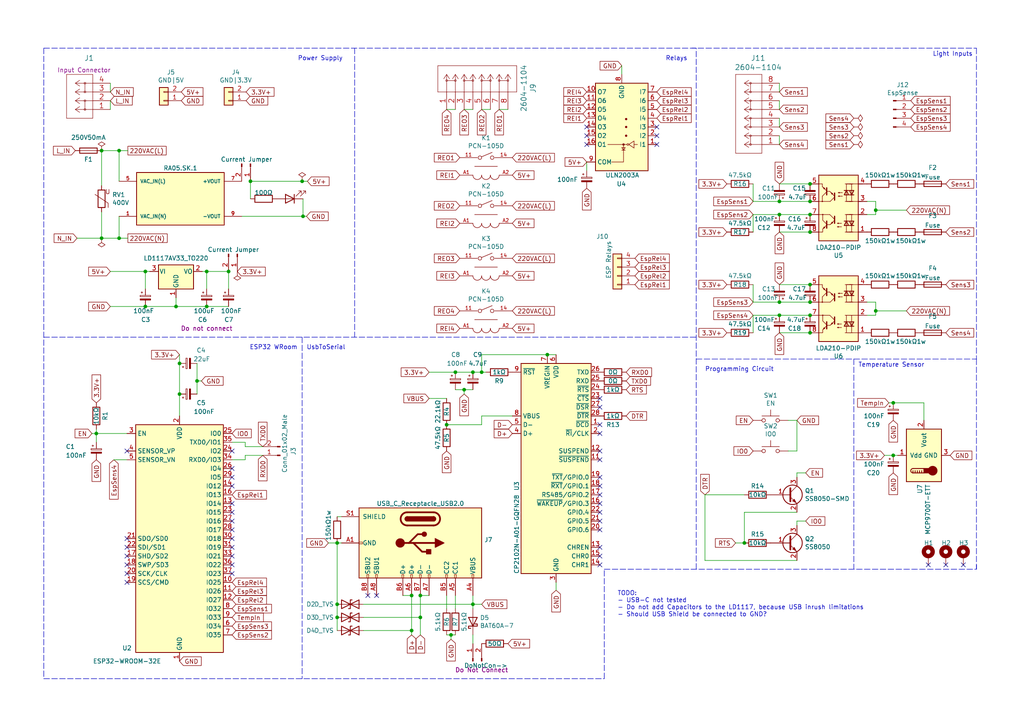
<source format=kicad_sch>
(kicad_sch (version 20211123) (generator eeschema)
  (paper "A4")
  (junction (at 259.08 116.84))
  (junction (at 27.94 125.73))
  (junction (at 57.15 110.49))
  (junction (at 97.79 157.48))
  (junction (at 226.06 62.23))
  (junction (at 97.79 175.26))
  (junction (at 87.884 62.738))
  (junction (at 234.95 87.63))
  (junction (at 59.944 88.9))
  (junction (at 66.294 78.74))
  (junction (at 254 90.17))
  (junction (at 254 60.96))
  (junction (at 234.95 62.23))
  (junction (at 134.62 113.03))
  (junction (at 51.054 88.9))
  (junction (at 139.7 107.95))
  (junction (at 137.16 175.26))
  (junction (at 52.07 114.3))
  (junction (at 29.464 69.088))
  (junction (at 59.944 78.74))
  (junction (at 234.95 96.52))
  (junction (at 121.92 179.07))
  (junction (at 121.92 172.72))
  (junction (at 234.95 91.44))
  (junction (at 87.63 52.578))
  (junction (at 226.06 58.42))
  (junction (at 158.75 102.87))
  (junction (at 52.07 105.41))
  (junction (at 132.08 107.95))
  (junction (at 97.79 179.07))
  (junction (at 34.544 69.088))
  (junction (at 259.08 132.08))
  (junction (at 234.95 58.42))
  (junction (at 234.95 82.55))
  (junction (at 42.164 88.9))
  (junction (at 130.81 184.15))
  (junction (at 34.544 43.688))
  (junction (at 234.95 53.34))
  (junction (at 234.95 67.31))
  (junction (at 226.06 91.44))
  (junction (at 129.54 123.19))
  (junction (at 119.38 182.88))
  (junction (at 42.164 78.74))
  (junction (at 137.16 107.95))
  (junction (at 72.644 52.578))
  (junction (at 29.464 43.688))
  (junction (at 226.06 87.63))
  (junction (at 119.38 172.72))
  (junction (at 215.9 157.48))
  (no_connect (at 36.83 156.21))
  (no_connect (at 67.31 151.13))
  (no_connect (at 173.99 118.11))
  (no_connect (at 36.83 163.83))
  (no_connect (at 173.99 115.57))
  (no_connect (at 173.99 163.83))
  (no_connect (at 67.31 146.05))
  (no_connect (at 170.18 39.37))
  (no_connect (at 173.99 148.59))
  (no_connect (at 173.99 161.29))
  (no_connect (at 173.99 138.43))
  (no_connect (at 170.18 36.83))
  (no_connect (at 67.31 135.89))
  (no_connect (at 173.99 151.13))
  (no_connect (at 36.83 158.75))
  (no_connect (at 67.31 140.97))
  (no_connect (at 173.99 153.67))
  (no_connect (at 67.31 163.83))
  (no_connect (at 279.4 163.83))
  (no_connect (at 67.31 148.59))
  (no_connect (at 274.32 163.83))
  (no_connect (at 173.99 123.19))
  (no_connect (at 173.99 146.05))
  (no_connect (at 170.18 41.91))
  (no_connect (at 36.83 166.37))
  (no_connect (at 173.99 143.51))
  (no_connect (at 36.83 168.91))
  (no_connect (at 36.83 161.29))
  (no_connect (at 173.99 125.73))
  (no_connect (at 67.31 153.67))
  (no_connect (at 173.99 158.75))
  (no_connect (at 173.99 140.97))
  (no_connect (at 190.5 41.91))
  (no_connect (at 67.31 138.43))
  (no_connect (at 190.5 36.83))
  (no_connect (at 36.83 130.81))
  (no_connect (at 173.99 133.35))
  (no_connect (at 269.24 163.83))
  (no_connect (at 67.31 161.29))
  (no_connect (at 67.31 156.21))
  (no_connect (at 67.31 130.81))
  (no_connect (at 106.68 172.72))
  (no_connect (at 109.22 172.72))
  (no_connect (at 173.99 130.81))
  (no_connect (at 67.31 166.37))
  (no_connect (at 67.31 158.75))
  (no_connect (at 190.5 39.37))
  (wire (pts (xy 139.7 107.95) (xy 140.97 107.95)))
  (wire (pts (xy 57.15 110.49) (xy 57.15 114.3)))
  (wire (pts (xy 105.41 179.07) (xy 121.92 179.07)))
  (wire (pts (xy 76.2 132.08) (xy 71.12 132.08)))
  (wire (pts (xy 233.68 151.13) (xy 231.14 151.13)))
  (wire (pts (xy 226.06 39.37) (xy 226.06 41.91)))
  (wire (pts (xy 254 90.17) (xy 254 91.44)))
  (wire (pts (xy 29.464 43.688) (xy 34.544 43.688)))
  (wire (pts (xy 228.6 130.81) (xy 231.14 130.81)))
  (wire (pts (xy 32.004 31.75) (xy 32.004 29.21)))
  (wire (pts (xy 58.42 110.49) (xy 57.15 110.49)))
  (wire (pts (xy 27.94 125.73) (xy 27.94 128.27)))
  (polyline (pts (xy 283.21 13.97) (xy 283.21 104.14)))
  (wire (pts (xy 29.464 53.848) (xy 29.464 43.688)))
  (wire (pts (xy 161.29 168.91) (xy 161.29 171.196)))
  (wire (pts (xy 116.84 172.72) (xy 119.38 172.72)))
  (wire (pts (xy 59.944 78.74) (xy 66.294 78.74)))
  (wire (pts (xy 218.44 82.55) (xy 218.44 87.63)))
  (wire (pts (xy 87.63 52.578) (xy 89.154 52.578)))
  (wire (pts (xy 105.41 175.26) (xy 137.16 175.26)))
  (wire (pts (xy 67.31 128.27) (xy 71.12 128.27)))
  (wire (pts (xy 130.81 184.15) (xy 132.08 184.15)))
  (wire (pts (xy 254 60.96) (xy 262.89 60.96)))
  (polyline (pts (xy 247.65 104.14) (xy 247.65 165.1)))
  (polyline (pts (xy 87.63 97.79) (xy 87.63 196.85)))
  (polyline (pts (xy 283.21 165.1) (xy 283.21 163.83)))
  (wire (pts (xy 267.97 116.84) (xy 267.97 121.92)))
  (wire (pts (xy 95.25 157.48) (xy 97.79 157.48)))
  (wire (pts (xy 29.464 61.468) (xy 29.464 69.088)))
  (wire (pts (xy 121.92 172.72) (xy 124.46 172.72)))
  (wire (pts (xy 97.79 149.86) (xy 99.06 149.86)))
  (wire (pts (xy 119.38 172.72) (xy 119.38 182.88)))
  (wire (pts (xy 254 58.42) (xy 254 60.96)))
  (wire (pts (xy 218.44 91.44) (xy 218.44 96.52)))
  (polyline (pts (xy 201.93 165.1) (xy 201.93 13.97)))
  (wire (pts (xy 234.95 96.52) (xy 226.06 96.52)))
  (wire (pts (xy 226.06 87.63) (xy 218.44 87.63)))
  (wire (pts (xy 233.68 137.16) (xy 231.14 137.16)))
  (wire (pts (xy 27.94 125.73) (xy 36.83 125.73)))
  (polyline (pts (xy 201.93 104.14) (xy 283.21 104.14)))
  (wire (pts (xy 130.81 184.15) (xy 130.81 185.42)))
  (wire (pts (xy 26.67 125.73) (xy 27.94 125.73)))
  (wire (pts (xy 129.54 123.19) (xy 139.7 123.19)))
  (wire (pts (xy 139.7 102.87) (xy 139.7 107.95)))
  (wire (pts (xy 124.46 107.95) (xy 132.08 107.95)))
  (wire (pts (xy 32.004 78.74) (xy 42.164 78.74)))
  (wire (pts (xy 124.46 115.57) (xy 129.54 115.57)))
  (wire (pts (xy 121.92 179.07) (xy 121.92 184.15)))
  (wire (pts (xy 226.06 87.63) (xy 234.95 87.63)))
  (polyline (pts (xy 201.93 13.97) (xy 200.66 13.97)))
  (wire (pts (xy 139.7 120.65) (xy 148.59 120.65)))
  (wire (pts (xy 234.95 82.55) (xy 226.06 82.55)))
  (wire (pts (xy 57.15 105.41) (xy 57.15 110.49)))
  (wire (pts (xy 226.06 58.42) (xy 234.95 58.42)))
  (wire (pts (xy 234.95 67.31) (xy 226.06 67.31)))
  (wire (pts (xy 34.544 43.688) (xy 34.544 52.578)))
  (wire (pts (xy 129.54 184.15) (xy 130.81 184.15)))
  (wire (pts (xy 70.104 62.738) (xy 87.884 62.738)))
  (wire (pts (xy 256.54 132.08) (xy 259.08 132.08)))
  (wire (pts (xy 87.884 62.738) (xy 88.9 62.738)))
  (wire (pts (xy 254 62.23) (xy 251.46 62.23)))
  (wire (pts (xy 226.06 24.13) (xy 226.06 26.67)))
  (wire (pts (xy 137.16 107.95) (xy 139.7 107.95)))
  (wire (pts (xy 105.41 182.88) (xy 119.38 182.88)))
  (wire (pts (xy 42.164 78.74) (xy 43.434 78.74)))
  (wire (pts (xy 97.79 157.48) (xy 97.79 175.26)))
  (wire (pts (xy 121.92 172.72) (xy 121.92 179.07)))
  (wire (pts (xy 204.47 143.51) (xy 215.9 143.51)))
  (wire (pts (xy 72.644 52.578) (xy 87.63 52.578)))
  (wire (pts (xy 231.14 137.16) (xy 231.14 138.43)))
  (wire (pts (xy 134.62 114.3) (xy 134.62 113.03)))
  (wire (pts (xy 218.44 62.23) (xy 226.06 62.23)))
  (wire (pts (xy 97.79 179.07) (xy 97.79 175.26)))
  (wire (pts (xy 231.14 151.13) (xy 231.14 152.4)))
  (wire (pts (xy 142.24 31.75) (xy 139.7 31.75)))
  (wire (pts (xy 132.08 31.75) (xy 129.54 31.75)))
  (wire (pts (xy 254 87.63) (xy 254 90.17)))
  (wire (pts (xy 42.164 88.9) (xy 51.054 88.9)))
  (wire (pts (xy 59.944 88.9) (xy 66.294 88.9)))
  (wire (pts (xy 137.16 175.26) (xy 137.16 172.72)))
  (wire (pts (xy 226.06 62.23) (xy 234.95 62.23)))
  (wire (pts (xy 71.12 129.54) (xy 76.2 129.54)))
  (polyline (pts (xy 12.7 196.85) (xy 175.26 196.85)))
  (wire (pts (xy 231.14 148.59) (xy 215.9 148.59)))
  (wire (pts (xy 254 91.44) (xy 251.46 91.44)))
  (wire (pts (xy 215.9 148.59) (xy 215.9 157.48)))
  (wire (pts (xy 254 60.96) (xy 254 62.23)))
  (polyline (pts (xy 12.7 97.79) (xy 201.93 97.79)))
  (wire (pts (xy 71.12 132.08) (xy 71.12 133.35)))
  (wire (pts (xy 32.004 24.13) (xy 32.004 26.67)))
  (wire (pts (xy 137.16 176.53) (xy 137.16 175.26)))
  (wire (pts (xy 51.054 88.9) (xy 59.944 88.9)))
  (wire (pts (xy 218.44 91.44) (xy 226.06 91.44)))
  (wire (pts (xy 42.164 78.74) (xy 42.164 83.82)))
  (wire (pts (xy 132.08 172.72) (xy 132.08 176.53)))
  (wire (pts (xy 32.004 88.9) (xy 42.164 88.9)))
  (wire (pts (xy 262.89 90.17) (xy 254 90.17)))
  (wire (pts (xy 52.07 105.41) (xy 52.07 114.3)))
  (wire (pts (xy 170.18 46.99) (xy 170.18 49.53)))
  (wire (pts (xy 226.06 29.21) (xy 226.06 31.75)))
  (wire (pts (xy 33.02 133.35) (xy 36.83 133.35)))
  (wire (pts (xy 226.06 58.42) (xy 218.44 58.42)))
  (wire (pts (xy 97.79 182.88) (xy 97.79 179.07)))
  (wire (pts (xy 52.07 114.3) (xy 52.07 120.65)))
  (wire (pts (xy 158.75 102.87) (xy 139.7 102.87)))
  (polyline (pts (xy 12.7 13.97) (xy 12.7 196.85)))
  (wire (pts (xy 134.62 113.03) (xy 132.08 113.03)))
  (wire (pts (xy 259.08 132.08) (xy 260.35 132.08)))
  (polyline (pts (xy 102.87 13.97) (xy 102.87 97.79)))
  (wire (pts (xy 228.6 121.92) (xy 231.14 121.92)))
  (wire (pts (xy 71.12 133.35) (xy 67.31 133.35)))
  (wire (pts (xy 158.75 102.87) (xy 161.29 102.87)))
  (wire (pts (xy 259.08 116.84) (xy 267.97 116.84)))
  (polyline (pts (xy 175.26 196.85) (xy 175.26 165.1)))
  (wire (pts (xy 34.544 43.688) (xy 37.084 43.688)))
  (wire (pts (xy 137.16 175.26) (xy 139.7 175.26)))
  (wire (pts (xy 204.47 162.56) (xy 231.14 162.56)))
  (wire (pts (xy 59.944 78.74) (xy 59.944 83.82)))
  (polyline (pts (xy 283.21 104.14) (xy 283.21 165.1)))
  (wire (pts (xy 231.14 121.92) (xy 231.14 130.81)))
  (wire (pts (xy 22.352 69.088) (xy 29.464 69.088)))
  (wire (pts (xy 34.544 69.088) (xy 37.084 69.088)))
  (wire (pts (xy 71.12 128.27) (xy 71.12 129.54)))
  (wire (pts (xy 218.44 53.34) (xy 218.44 58.42)))
  (wire (pts (xy 27.94 124.46) (xy 27.94 125.73)))
  (wire (pts (xy 51.054 86.36) (xy 51.054 88.9)))
  (wire (pts (xy 147.32 31.75) (xy 144.78 31.75)))
  (wire (pts (xy 180.34 19.05) (xy 180.34 21.59)))
  (wire (pts (xy 132.08 107.95) (xy 137.16 107.95)))
  (wire (pts (xy 204.47 143.51) (xy 204.47 162.56)))
  (wire (pts (xy 137.16 184.15) (xy 137.16 186.69)))
  (wire (pts (xy 34.544 69.088) (xy 34.544 62.738)))
  (wire (pts (xy 52.07 102.87) (xy 52.07 105.41)))
  (wire (pts (xy 251.46 58.42) (xy 254 58.42)))
  (wire (pts (xy 66.294 78.74) (xy 66.294 83.82)))
  (wire (pts (xy 87.884 57.658) (xy 87.884 62.738)))
  (wire (pts (xy 119.38 182.88) (xy 119.38 184.15)))
  (wire (pts (xy 213.36 157.48) (xy 215.9 157.48)))
  (wire (pts (xy 226.06 34.29) (xy 226.06 36.83)))
  (wire (pts (xy 226.06 91.44) (xy 234.95 91.44)))
  (polyline (pts (xy 12.7 13.97) (xy 283.21 13.97)))
  (wire (pts (xy 29.464 69.088) (xy 34.544 69.088)))
  (wire (pts (xy 257.81 116.84) (xy 259.08 116.84)))
  (wire (pts (xy 137.16 31.75) (xy 134.62 31.75)))
  (wire (pts (xy 251.46 87.63) (xy 254 87.63)))
  (wire (pts (xy 97.79 157.48) (xy 99.06 157.48)))
  (wire (pts (xy 139.7 123.19) (xy 139.7 120.65)))
  (wire (pts (xy 72.644 52.578) (xy 72.644 57.658)))
  (wire (pts (xy 234.95 53.34) (xy 226.06 53.34)))
  (wire (pts (xy 218.44 62.23) (xy 218.44 67.31)))
  (wire (pts (xy 137.16 113.03) (xy 134.62 113.03)))
  (wire (pts (xy 59.944 78.74) (xy 58.674 78.74)))
  (wire (pts (xy 129.54 172.72) (xy 129.54 176.53)))
  (polyline (pts (xy 175.26 165.1) (xy 283.21 165.1)))
  (text "Programming Circuit" (at 204.47 107.95 0) (effects (font (size 1.27 1.27)) (justify left bottom)))
  (text "UsbToSerial" (at 88.9 101.6 0) (effects (font (size 1.27 1.27)) (justify left bottom)))
  (text "Relays" (at 193.04 17.78 0) (effects (font (size 1.27 1.27)) (justify left bottom)))
  (text "Temperature Sensor" (at 248.92 106.68 0) (effects (font (size 1.27 1.27)) (justify left bottom)))
  (text "Power Supply" (at 86.36 17.78 0) (effects (font (size 1.27 1.27)) (justify left bottom)))
  (text "ESP32 WRoom" (at 72.39 101.6 0) (effects (font (size 1.27 1.27)) (justify left bottom)))
  (text "TODO:\n- USB-C not tested\n- Do not add Capacitors to the LD1117, because USB inrush limitations\n- Should USB Shield be connected to GND?" (at 179.07 179.07 0) (effects (font (size 1.27 1.27)) (justify left bottom)))
  (text "Light Inputs" (at 270.51 16.51 0) (effects (font (size 1.27 1.27)) (justify left bottom)))
  (global_label "3.3V+" (shape input) (at 27.94 116.84 90) (property "Intersheet References" "${INTERSHEET_REFS}" (effects hide)))
  (global_label "EspRel2" (shape input) (at 184.15 80.01 0) (property "Intersheet References" "${INTERSHEET_REFS}" (effects hide)))
  (global_label "REI1" (shape input) (at 170.18 34.29 180) (property "Intersheet References" "${INTERSHEET_REFS}" (effects hide)))
  (global_label "EN" (shape input) (at 26.67 125.73 180) (property "Intersheet References" "${INTERSHEET_REFS}" (effects hide)))
  (global_label "5V+" (shape input) (at 148.59 64.77 0) (property "Intersheet References" "${INTERSHEET_REFS}" (effects hide)))
  (global_label "EN" (shape input) (at 233.68 137.16 0) (property "Intersheet References" "${INTERSHEET_REFS}" (effects hide)))
  (global_label "220VAC(L)" (shape input) (at 148.59 90.17 0) (property "Intersheet References" "${INTERSHEET_REFS}" (effects hide)))
  (global_label "220VAC(L)" (shape passive) (at 37.084 43.688 0) (property "Intersheet References" "${INTERSHEET_REFS}" (effects hide)))
  (global_label "Sens4" (shape input) (at 247.65 34.29 180) (property "Intersheet References" "${INTERSHEET_REFS}" (effects hide)))
  (global_label "EspSens3" (shape input) (at 218.44 87.63 180) (property "Intersheet References" "${INTERSHEET_REFS}" (effects hide)))
  (global_label "5V+" (shape input) (at 148.59 95.25 0) (property "Intersheet References" "${INTERSHEET_REFS}" (effects hide)))
  (global_label "3.3V+" (shape input) (at 210.82 82.55 180) (property "Intersheet References" "${INTERSHEET_REFS}" (effects hide)))
  (global_label "REO1" (shape input) (at 144.78 31.75 270) (property "Intersheet References" "${INTERSHEET_REFS}" (effects hide)))
  (global_label "RXD0" (shape input) (at 76.2 132.08 270) (property "Intersheet References" "${INTERSHEET_REFS}" (effects hide)))
  (global_label "GND" (shape input) (at 226.06 96.52 270) (property "Intersheet References" "${INTERSHEET_REFS}" (effects hide)))
  (global_label "GND" (shape input) (at 27.94 133.35 270) (property "Intersheet References" "${INTERSHEET_REFS}" (effects hide)))
  (global_label "GND" (shape input) (at 71.374 29.21 0) (property "Intersheet References" "${INTERSHEET_REFS}" (effects hide)))
  (global_label "REO4" (shape input) (at 133.35 90.17 180) (property "Intersheet References" "${INTERSHEET_REFS}" (effects hide)))
  (global_label "GND" (shape input) (at 259.08 137.16 270) (property "Intersheet References" "${INTERSHEET_REFS}" (effects hide)))
  (global_label "220VAC(N)" (shape input) (at 262.89 90.17 0) (property "Intersheet References" "${INTERSHEET_REFS}" (effects hide)))
  (global_label "RXD0" (shape input) (at 181.61 107.95 0) (property "Intersheet References" "${INTERSHEET_REFS}" (effects hide)))
  (global_label "REI2" (shape input) (at 170.18 31.75 180) (property "Intersheet References" "${INTERSHEET_REFS}" (effects hide)))
  (global_label "TempIn" (shape input) (at 67.31 179.07 0) (property "Intersheet References" "${INTERSHEET_REFS}" (effects hide)))
  (global_label "VBUS" (shape input) (at 124.46 115.57 180) (property "Intersheet References" "${INTERSHEET_REFS}" (effects hide)))
  (global_label "EspRel1" (shape input) (at 190.5 34.29 0) (property "Intersheet References" "${INTERSHEET_REFS}" (effects hide)))
  (global_label "220VAC(N)" (shape passive) (at 37.084 69.088 0) (property "Intersheet References" "${INTERSHEET_REFS}" (effects hide)))
  (global_label "REO2" (shape input) (at 133.35 59.69 180) (property "Intersheet References" "${INTERSHEET_REFS}" (effects hide)))
  (global_label "TempIn" (shape input) (at 257.81 116.84 180) (property "Intersheet References" "${INTERSHEET_REFS}" (effects hide)))
  (global_label "VBUS" (shape input) (at 139.7 175.26 0) (property "Intersheet References" "${INTERSHEET_REFS}" (effects hide)))
  (global_label "3.3V+" (shape input) (at 124.46 107.95 180) (property "Intersheet References" "${INTERSHEET_REFS}" (effects hide)))
  (global_label "GND" (shape input) (at 52.578 29.21 0) (property "Intersheet References" "${INTERSHEET_REFS}" (effects hide)))
  (global_label "EspSens3" (shape input) (at 264.16 34.29 0) (property "Intersheet References" "${INTERSHEET_REFS}" (effects hide)))
  (global_label "D+" (shape input) (at 119.38 184.15 270) (property "Intersheet References" "${INTERSHEET_REFS}" (effects hide)))
  (global_label "REO1" (shape input) (at 133.35 45.72 180) (property "Intersheet References" "${INTERSHEET_REFS}" (effects hide)))
  (global_label "EspSens1" (shape input) (at 264.16 29.21 0) (property "Intersheet References" "${INTERSHEET_REFS}" (effects hide)))
  (global_label "GND" (shape input) (at 231.14 121.92 0) (property "Intersheet References" "${INTERSHEET_REFS}" (effects hide)))
  (global_label "IO0" (shape input) (at 67.31 125.73 0) (property "Intersheet References" "${INTERSHEET_REFS}" (effects hide)))
  (global_label "Sens3" (shape input) (at 226.06 36.83 0) (property "Intersheet References" "${INTERSHEET_REFS}" (effects hide)))
  (global_label "IO0" (shape input) (at 233.68 151.13 0) (property "Intersheet References" "${INTERSHEET_REFS}" (effects hide)))
  (global_label "3.3V+" (shape input) (at 256.54 132.08 180) (property "Intersheet References" "${INTERSHEET_REFS}" (effects hide)))
  (global_label "Sens1" (shape input) (at 226.06 26.67 0) (property "Intersheet References" "${INTERSHEET_REFS}" (effects hide)))
  (global_label "EspSens2" (shape input) (at 218.44 62.23 180) (property "Intersheet References" "${INTERSHEET_REFS}" (effects hide)))
  (global_label "5V+" (shape input) (at 32.004 78.74 180) (property "Intersheet References" "${INTERSHEET_REFS}" (effects hide)))
  (global_label "220VAC(L)" (shape input) (at 148.59 45.72 0) (property "Intersheet References" "${INTERSHEET_REFS}" (effects hide)))
  (global_label "D+" (shape input) (at 148.59 125.73 180) (property "Intersheet References" "${INTERSHEET_REFS}" (effects hide)))
  (global_label "GND" (shape input) (at 130.81 185.42 270) (property "Intersheet References" "${INTERSHEET_REFS}" (effects hide)))
  (global_label "GND" (shape input) (at 88.9 62.738 0) (property "Intersheet References" "${INTERSHEET_REFS}" (effects hide)))
  (global_label "REI3" (shape input) (at 133.35 80.01 180) (property "Intersheet References" "${INTERSHEET_REFS}" (effects hide)))
  (global_label "TXD0" (shape input) (at 181.61 110.49 0) (property "Intersheet References" "${INTERSHEET_REFS}" (effects hide)))
  (global_label "GND" (shape input) (at 32.004 88.9 180) (property "Intersheet References" "${INTERSHEET_REFS}" (effects hide)))
  (global_label "L_IN" (shape input) (at 21.844 43.688 180) (property "Intersheet References" "${INTERSHEET_REFS}" (effects hide)))
  (global_label "GND" (shape input) (at 134.62 114.3 270) (property "Intersheet References" "${INTERSHEET_REFS}" (effects hide)))
  (global_label "5V+" (shape input) (at 170.18 46.99 180) (property "Intersheet References" "${INTERSHEET_REFS}" (effects hide)))
  (global_label "5V+" (shape input) (at 147.32 186.69 0) (property "Intersheet References" "${INTERSHEET_REFS}" (effects hide)))
  (global_label "EspRel4" (shape input) (at 190.5 26.67 0) (property "Intersheet References" "${INTERSHEET_REFS}" (effects hide)))
  (global_label "5V+" (shape input) (at 148.59 80.01 0) (property "Intersheet References" "${INTERSHEET_REFS}" (effects hide)))
  (global_label "3.3V+" (shape input) (at 210.82 53.34 180) (property "Intersheet References" "${INTERSHEET_REFS}" (effects hide)))
  (global_label "EspRel3" (shape input) (at 184.15 77.47 0) (property "Intersheet References" "${INTERSHEET_REFS}" (effects hide)))
  (global_label "EspRel4" (shape input) (at 67.31 168.91 0) (property "Intersheet References" "${INTERSHEET_REFS}" (effects hide)))
  (global_label "GND" (shape input) (at 226.06 67.31 270) (property "Intersheet References" "${INTERSHEET_REFS}" (effects hide)))
  (global_label "Sens3" (shape input) (at 274.32 82.55 0) (property "Intersheet References" "${INTERSHEET_REFS}" (effects hide)))
  (global_label "GND" (shape input) (at 259.08 121.92 270) (property "Intersheet References" "${INTERSHEET_REFS}" (effects hide)))
  (global_label "5V+" (shape input) (at 89.154 52.578 0) (property "Intersheet References" "${INTERSHEET_REFS}" (effects hide)))
  (global_label "GND" (shape input) (at 58.42 110.49 0) (property "Intersheet References" "${INTERSHEET_REFS}" (effects hide)))
  (global_label "L_IN" (shape input) (at 32.004 29.21 0) (property "Intersheet References" "${INTERSHEET_REFS}" (effects hide)))
  (global_label "REO2" (shape input) (at 139.7 31.75 270) (property "Intersheet References" "${INTERSHEET_REFS}" (effects hide)))
  (global_label "EspRel2" (shape input) (at 190.5 31.75 0) (property "Intersheet References" "${INTERSHEET_REFS}" (effects hide)))
  (global_label "IO0" (shape input) (at 218.44 130.81 180) (property "Intersheet References" "${INTERSHEET_REFS}" (effects hide)))
  (global_label "GND" (shape input) (at 180.34 19.05 180) (property "Intersheet References" "${INTERSHEET_REFS}" (effects hide)))
  (global_label "EspRel1" (shape input) (at 67.31 143.51 0) (property "Intersheet References" "${INTERSHEET_REFS}" (effects hide)))
  (global_label "EspSens1" (shape input) (at 218.44 58.42 180) (property "Intersheet References" "${INTERSHEET_REFS}" (effects hide)))
  (global_label "3.3V+" (shape input) (at 68.834 78.74 0) (property "Intersheet References" "${INTERSHEET_REFS}" (effects hide)))
  (global_label "REI3" (shape input) (at 170.18 29.21 180) (property "Intersheet References" "${INTERSHEET_REFS}" (effects hide)))
  (global_label "EspSens2" (shape input) (at 264.16 31.75 0) (property "Intersheet References" "${INTERSHEET_REFS}" (effects hide)))
  (global_label "5V+" (shape input) (at 52.578 26.67 0) (property "Intersheet References" "${INTERSHEET_REFS}" (effects hide)))
  (global_label "Sens4" (shape input) (at 226.06 41.91 0) (property "Intersheet References" "${INTERSHEET_REFS}" (effects hide)))
  (global_label "3.3V+" (shape input) (at 52.07 102.87 180) (property "Intersheet References" "${INTERSHEET_REFS}" (effects hide)))
  (global_label "3.3V+" (shape input) (at 210.82 96.52 180) (property "Intersheet References" "${INTERSHEET_REFS}" (effects hide)))
  (global_label "220VAC(L)" (shape input) (at 148.59 74.93 0) (property "Intersheet References" "${INTERSHEET_REFS}" (effects hide)))
  (global_label "DTR" (shape input) (at 204.47 143.51 90) (property "Intersheet References" "${INTERSHEET_REFS}" (effects hide)))
  (global_label "EspRel3" (shape input) (at 190.5 29.21 0) (property "Intersheet References" "${INTERSHEET_REFS}" (effects hide)))
  (global_label "Sens1" (shape input) (at 274.32 53.34 0) (property "Intersheet References" "${INTERSHEET_REFS}" (effects hide)))
  (global_label "EN" (shape input) (at 218.44 121.92 180) (property "Intersheet References" "${INTERSHEET_REFS}" (effects hide)))
  (global_label "5V+" (shape input) (at 148.59 50.8 0) (property "Intersheet References" "${INTERSHEET_REFS}" (effects hide)))
  (global_label "REO4" (shape input) (at 129.54 31.75 270) (property "Intersheet References" "${INTERSHEET_REFS}" (effects hide)))
  (global_label "D-" (shape input) (at 148.59 123.19 180) (property "Intersheet References" "${INTERSHEET_REFS}" (effects hide)))
  (global_label "EspSens3" (shape input) (at 67.31 181.61 0) (property "Intersheet References" "${INTERSHEET_REFS}" (effects hide)))
  (global_label "REO3" (shape input) (at 134.62 31.75 270) (property "Intersheet References" "${INTERSHEET_REFS}" (effects hide)))
  (global_label "3.3V+" (shape input) (at 210.82 67.31 180) (property "Intersheet References" "${INTERSHEET_REFS}" (effects hide)))
  (global_label "GND" (shape input) (at 226.06 53.34 90) (property "Intersheet References" "${INTERSHEET_REFS}" (effects hide)))
  (global_label "REI1" (shape input) (at 133.35 50.8 180) (property "Intersheet References" "${INTERSHEET_REFS}" (effects hide)))
  (global_label "GND" (shape input) (at 226.06 82.55 90) (property "Intersheet References" "${INTERSHEET_REFS}" (effects hide)))
  (global_label "TXD0" (shape input) (at 76.2 129.54 90) (property "Intersheet References" "${INTERSHEET_REFS}" (effects hide)))
  (global_label "RTS" (shape input) (at 181.61 113.03 0) (property "Intersheet References" "${INTERSHEET_REFS}" (effects hide)))
  (global_label "Sens2" (shape input) (at 226.06 31.75 0) (property "Intersheet References" "${INTERSHEET_REFS}" (effects hide)))
  (global_label "EspSens4" (shape input) (at 264.16 36.83 0) (property "Intersheet References" "${INTERSHEET_REFS}" (effects hide)))
  (global_label "Sens2" (shape input) (at 247.65 39.37 180) (property "Intersheet References" "${INTERSHEET_REFS}" (effects hide)))
  (global_label "D-" (shape input) (at 121.92 184.15 270) (property "Intersheet References" "${INTERSHEET_REFS}" (effects hide)))
  (global_label "Sens4" (shape input) (at 274.32 96.52 0) (property "Intersheet References" "${INTERSHEET_REFS}" (effects hide)))
  (global_label "N_IN" (shape input) (at 32.004 26.67 0) (property "Intersheet References" "${INTERSHEET_REFS}" (effects hide)))
  (global_label "GND" (shape input) (at 95.25 157.48 180) (property "Intersheet References" "${INTERSHEET_REFS}" (effects hide)))
  (global_label "REI2" (shape input) (at 133.35 64.77 180) (property "Intersheet References" "${INTERSHEET_REFS}" (effects hide)))
  (global_label "REI4" (shape input) (at 170.18 26.67 180) (property "Intersheet References" "${INTERSHEET_REFS}" (effects hide)))
  (global_label "EspRel1" (shape input) (at 184.15 82.55 0) (property "Intersheet References" "${INTERSHEET_REFS}" (effects hide)))
  (global_label "GND" (shape input) (at 129.54 130.81 270) (property "Intersheet References" "${INTERSHEET_REFS}" (effects hide)))
  (global_label "GND" (shape input) (at 52.07 191.77 0) (property "Intersheet References" "${INTERSHEET_REFS}" (effects hide)))
  (global_label "GND" (shape input) (at 275.59 132.08 0) (property "Intersheet References" "${INTERSHEET_REFS}" (effects hide)))
  (global_label "EspRel2" (shape input) (at 67.31 173.99 0) (property "Intersheet References" "${INTERSHEET_REFS}" (effects hide)))
  (global_label "Sens3" (shape input) (at 247.65 36.83 180) (property "Intersheet References" "${INTERSHEET_REFS}" (effects hide)))
  (global_label "DTR" (shape input) (at 181.61 120.65 0) (property "Intersheet References" "${INTERSHEET_REFS}" (effects hide)))
  (global_label "GND" (shape input) (at 161.29 171.196 270) (property "Intersheet References" "${INTERSHEET_REFS}" (effects hide)))
  (global_label "220VAC(N)" (shape input) (at 262.89 60.96 0) (property "Intersheet References" "${INTERSHEET_REFS}" (effects hide)))
  (global_label "220VAC(L)" (shape input) (at 148.59 59.69 0) (property "Intersheet References" "${INTERSHEET_REFS}" (effects hide)))
  (global_label "EspSens4" (shape input) (at 33.02 133.35 270) (property "Intersheet References" "${INTERSHEET_REFS}" (effects hide)))
  (global_label "EspSens2" (shape input) (at 67.31 184.15 0) (property "Intersheet References" "${INTERSHEET_REFS}" (effects hide)))
  (global_label "N_IN" (shape input) (at 22.352 69.088 180) (property "Intersheet References" "${INTERSHEET_REFS}" (effects hide)))
  (global_label "EspRel3" (shape input) (at 67.31 171.45 0) (property "Intersheet References" "${INTERSHEET_REFS}" (effects hide)))
  (global_label "REI4" (shape input) (at 133.35 95.25 180) (property "Intersheet References" "${INTERSHEET_REFS}" (effects hide)))
  (global_label "GND" (shape input) (at 170.18 54.61 270) (property "Intersheet References" "${INTERSHEET_REFS}" (effects hide)))
  (global_label "EspSens1" (shape input) (at 67.31 176.53 0) (property "Intersheet References" "${INTERSHEET_REFS}" (effects hide)))
  (global_label "Sens2" (shape input) (at 274.32 67.31 0) (property "Intersheet References" "${INTERSHEET_REFS}" (effects hide)))
  (global_label "RTS" (shape input) (at 213.36 157.48 180) (property "Intersheet References" "${INTERSHEET_REFS}" (effects hide)))
  (global_label "EspRel4" (shape input) (at 184.15 74.93 0) (property "Intersheet References" "${INTERSHEET_REFS}" (effects hide)))
  (global_label "3.3V+" (shape input) (at 71.374 26.67 0) (property "Intersheet References" "${INTERSHEET_REFS}" (effects hide)))
  (global_label "REO3" (shape input) (at 133.35 74.93 180) (property "Intersheet References" "${INTERSHEET_REFS}" (effects hide)))
  (global_label "EspSens4" (shape input) (at 218.44 91.44 180) (property "Intersheet References" "${INTERSHEET_REFS}" (effects hide)))
  (global_label "Sens1" (shape input) (at 247.65 41.91 180) (property "Intersheet References" "${INTERSHEET_REFS}" (effects hide)))
  (symbol (lib_id "power:PWR_FLAG") (at 247.65 34.29 270) (unit 1)
    (property "Reference" "#FLG05" (effects hide))
    (property "Value" "PWR_FLAG" (effects hide))
  )
  (symbol (lib_id "Device:R") (at 255.27 67.31 270) (unit 1)
    (property "Reference" "R21" (effects hide))
    (property "Value" "150kΩ1w" (at 255.27 69.85 90))
    (property "Footprint" "Resistor_SMD:R_2512_6332Metric_Pad1.40x3.35mm_HandSolder" (effects hide))
    (property "JLCPCB" "C25719" (effects hide))
  )
  (symbol (lib_id "power:PWR_FLAG") (at 247.65 36.83 270) (unit 1)
    (property "Reference" "#FLG06" (effects hide))
    (property "Value" "PWR_FLAG" (effects hide))
  )
  (symbol (lib_id "power:PWR_FLAG") (at 247.65 39.37 270) (unit 1)
    (property "Reference" "#FLG07" (effects hide))
    (property "Value" "PWR_FLAG" (effects hide))
  )
  (symbol (lib_id "power:PWR_FLAG") (at 247.65 41.91 270) (unit 1)
    (property "Reference" "#FLG08" (effects hide))
    (property "Value" "PWR_FLAG" (effects hide))
  )
  (symbol (lib_id "Transistor_Array:ULN2003A") (at 180.34 36.83 180) (unit 1)
    (property "Reference" "U4" (at 181.61 53.34 0) (effects (justify left)))
    (property "Value" "ULN2003A" (at 185.42 50.8 0) (effects (justify left)))
    (property "Footprint" "Package_SO:SOIC-16_3.9x9.9mm_P1.27mm" (effects hide))
    (property "Datasheet" "http://www.ti.com/lit/ds/symlink/uln2003a.pdf" (effects hide))
    (property "JLCPCB" "C7512" (effects hide))
  )
  (symbol (lib_id "Device:C_Polarized_Small") (at 234.95 55.88 180) (unit 1)
    (property "Reference" "C15" (at 229.87 54.61 0) (effects (justify right)))
    (property "Value" "4.7uF" (at 228.6 57.15 0) (effects (justify right)))
    (property "Footprint" "Capacitor_SMD:C_1206_3216Metric_Pad1.33x1.80mm_HandSolder" (effects hide))
    (property "JLCPCB" "C29823" (effects hide))
  )
  (symbol (lib_id "Device:R") (at 255.27 53.34 270) (unit 1)
    (property "Reference" "R20" (effects hide))
    (property "Value" "150kΩ1w" (at 255.27 50.8 90))
    (property "Footprint" "Resistor_SMD:R_2512_6332Metric_Pad1.40x3.35mm_HandSolder" (effects hide))
    (property "JLCPCB" "C25719" (effects hide))
  )
  (symbol (lib_id "Device:C_Polarized_Small") (at 234.95 64.77 0) (unit 1)
    (property "Reference" "C16" (at 232.41 63.5 0) (effects (justify right)))
    (property "Value" "4.7uF" (at 233.68 66.04 0) (effects (justify right)))
    (property "Footprint" "Capacitor_SMD:C_1206_3216Metric_Pad1.33x1.80mm_HandSolder" (effects hide))
    (property "JLCPCB" "C29823" (effects hide))
    (property "Value" "4.7uF" (effects hide))
  )
  (symbol (lib_id "Device:Fuse") (at 25.654 43.688 90) (unit 1)
    (property "Reference" "F1" (at 25.654 46.228 90))
    (property "Value" "250V50mA" (at 25.654 39.878 90))
    (property "Footprint" "Fuse:Fuse_Littelfuse_372_D8.50mm" (effects hide))
  )
  (symbol (lib_id "Device:Varistor") (at 29.464 57.658 180) (unit 1)
    (property "Reference" "RV1" (at 32.5374 56.4896 0) (effects (justify right)))
    (property "Value" "400V" (at 32.5374 58.801 0) (effects (justify right)))
    (property "Footprint" "Varistor:RV_Disc_D12mm_W4.2mm_P7.5mm" (effects hide))
  )
  (symbol (lib_id "Connector_Generic:Conn_01x04") (at 179.07 80.01 180) (unit 1)
    (property "Reference" "J10" (at 176.53 68.58 0) (effects (justify left)))
    (property "Value" "ESP Relays" (at 176.53 69.85 90) (effects (justify left)))
    (property "Footprint" "Connector_JST:JST_XH_B4B-XH-A_1x04_P2.50mm_Vertical" (effects hide))
  )
  (symbol (lib_id "Regulator_Linear:LD1117S33TR_SOT223") (at 51.054 78.74 0) (unit 1)
    (property "Reference" "U1" (effects hide))
    (property "Value" "LD1117AV33_TO220" (at 51.054 74.9046 0))
    (property "Footprint" "Package_TO_SOT_THT:TO-220-3_Vertical" (effects hide))
    (property "Datasheet" "http://www.st.com/st-web-ui/static/active/en/resource/technical/document/datasheet/CD00000544.pdf" (effects hide))
  )
  (symbol (lib_id "Connector_Generic:Conn_01x02") (at 47.498 29.21 180) (unit 1)
    (property "Reference" "J5" (at 49.5808 20.955 0))
    (property "Value" "GND|5V" (at 49.5808 23.2664 0))
    (property "Footprint" "Connector_JST:JST_XH_B2B-XH-A_1x02_P2.50mm_Vertical" (effects hide))
  )
  (symbol (lib_id "RAC05-05SK_277:RAC05-05SK{slash}277") (at 52.324 57.658 0) (unit 1)
    (property "Reference" "RA05.SK.1" (at 52.324 48.768 0))
    (property "Value" "RAC05.05SK.277" (effects hide))
    (property "Footprint" "rac05-05sk:277" (effects hide))
    (property "STANDARD" "Manufacturer Recommendations" (effects hide))
    (property "MAXIMUM_PACKAGE_HEIGHT" "21.8mm" (effects hide))
    (property "MANUFACTURER" "RECOM" (effects hide))
    (property "PARTREV" "N/A" (effects hide))
  )
  (symbol (lib_id "Device:C_Polarized_Small") (at 59.944 86.36 0) (unit 1)
    (property "Reference" "C6" (at 57.404 92.71 0) (effects (justify left)))
    (property "Value" "100uF" (at 56.134 90.17 0) (effects (justify left)))
    (property "Footprint" "Capacitor_THT:CP_Radial_D6.3mm_P2.50mm" (effects hide))
    (property "Field4" "Do not connect" (at 59.944 95.25 0))
  )
  (symbol (lib_id "Connector:Conn_01x02_Male") (at 72.644 47.498 270) (unit 1)
    (property "Reference" "J6" (effects hide))
    (property "Value" "Current Jumper" (at 78.994 46.228 90) (effects (justify right)))
    (property "Footprint" "Connector_PinHeader_2.54mm:PinHeader_1x02_P2.54mm_Vertical" (effects hide))
  )
  (symbol (lib_id "Connector_Generic:Conn_01x02") (at 66.294 29.21 180) (unit 1)
    (property "Reference" "J4" (at 68.3768 20.955 0))
    (property "Value" "GND|3.3V" (at 68.3768 23.2664 0))
    (property "Footprint" "Connector_JST:JST_XH_B2B-XH-A_1x02_P2.50mm_Vertical" (effects hide))
  )
  (symbol (lib_id "Connector:Conn_01x02_Male") (at 68.834 73.66 270) (unit 1)
    (property "Reference" "J2" (effects hide))
    (property "Value" "Current Jumper" (at 75.184 72.39 90) (effects (justify right)))
    (property "Footprint" "Connector_PinHeader_2.54mm:PinHeader_1x02_P2.54mm_Vertical" (effects hide))
  )
  (symbol (lib_id "Device:R") (at 262.89 67.31 270) (unit 1)
    (property "Reference" "R25" (effects hide))
    (property "Value" "150kΩ1w" (at 264.16 69.85 90))
    (property "Footprint" "Resistor_SMD:R_2512_6332Metric_Pad1.40x3.35mm_HandSolder" (effects hide))
    (property "JLCPCB" "C25719" (effects hide))
  )
  (symbol (lib_id "Device:R") (at 262.89 53.34 270) (unit 1)
    (property "Reference" "R24" (effects hide))
    (property "Value" "150kΩ1w" (at 264.16 50.8 90))
    (property "Footprint" "Resistor_SMD:R_2512_6332Metric_Pad1.40x3.35mm_HandSolder" (effects hide))
    (property "JLCPCB" "C25719" (effects hide))
  )
  (symbol (lib_id "Device:C_Polarized_Small") (at 42.164 86.36 0) (unit 1)
    (property "Reference" "C3" (at 40.894 92.71 0) (effects (justify left)))
    (property "Value" "100nF" (at 44.704 90.17 0) (effects (justify right)))
    (property "Footprint" "Capacitor_SMD:C_0603_1608Metric_Pad1.08x0.95mm_HandSolder" (effects hide))
    (property "Datasheet" "https://www.distrelec.ch/en/ceramic-capacitor-100nf-50vdc-0805-rnd-components-rnd-1500805b104j500nt/p/30086635?q=smd+capacitor+&pos=5&origPos=990&origPageSize=50&track=true" (effects hide))
    (property "JLCPCB" "C14663" (effects hide))
  )
  (symbol (lib_id "Device:C_Polarized_Small") (at 170.18 52.07 0) (unit 1)
    (property "Reference" "C10" (effects hide))
    (property "Value" "100nF" (at 167.64 52.07 0) (effects (justify right)))
    (property "Footprint" "Capacitor_SMD:C_0603_1608Metric_Pad1.08x0.95mm_HandSolder" (effects hide))
    (property "Datasheet" "https://www.distrelec.ch/en/ceramic-capacitor-100nf-50vdc-0805-rnd-components-rnd-1500805b104j500nt/p/30086635?q=smd+capacitor+&pos=5&origPos=990&origPageSize=50&track=true" (effects hide))
    (property "JLCPCB" "C14663" (effects hide))
  )
  (symbol (lib_id "pcn-105D3:PCN-124D3MHZ,000") (at 130.81 45.72 0) (unit 1)
    (property "Reference" "K1" (at 140.97 40.005 0))
    (property "Value" "PCN-105D" (at 140.97 42.3164 0))
    (property "Footprint" "PCN:bigpads_TE_Connectivity-PCN-124D" (effects hide))
    (property "Datasheet" "https://www.te.com/commerce/DocumentDelivery/DDEController?Action=showdoc&DocId=Data+Sheet%7FPCN_series_relay_data_sheet_E%7F1217%7Fpdf%7FEnglish%7FENG_DS_PCN_series_relay_data_sheet_E_1217.pdf%7F3-1461491-6" (effects hide))
    (property "ambient temperature range high" "+85°C" (effects hide))
    (property "ambient temperature range low" "-40°C" (effects hide))
    (property "automotive" "No" (effects hide))
    (property "category" "Relay" (effects hide))
    (property "coil power" "120mW" (effects hide))
    (property "coil resistance" "4800Ω" (effects hide))
    (property "coil type" "Non-Latching" (effects hide))
    (property "coil voltage" "24V" (effects hide))
    (property "current rating" "3A" (effects hide))
    (property "device class L1" "Electromechanical" (effects hide))
    (property "device class L2" "Relays" (effects hide))
    (property "device class L3" "Power Relays" (effects hide))
    (property "digikey description" "RELAY GEN PURPOSE SPST 3A 24V" (effects hide))
    (property "digikey part number" "PB906-ND" (effects hide))
    (property "height" "12.8mm" (effects hide))
    (property "lead free" "Yes" (effects hide))
    (property "library id" "591278d9da046128" (effects hide))
    (property "manufacturer" "TE Connectivity" (effects hide))
    (property "mouser part number" "655-PCN-124D3MHZ,000" (effects hide))
    (property "number of contacts" "1" (effects hide))
    (property "package" "PTH_RELAY_20MM0_5MM0" (effects hide))
    (property "rohs" "Yes" (effects hide))
    (property "switching current" "3A" (effects hide))
    (property "throw configuration" "SPST" (effects hide))
  )
  (symbol (lib_id "pcn-105D3:PCN-124D3MHZ,000") (at 130.81 59.69 0) (unit 1)
    (property "Reference" "K2" (at 140.97 53.975 0))
    (property "Value" "PCN-105D" (at 140.97 56.2864 0))
    (property "Footprint" "PCN:bigpads_TE_Connectivity-PCN-124D" (effects hide))
    (property "Datasheet" "https://www.te.com/commerce/DocumentDelivery/DDEController?Action=showdoc&DocId=Data+Sheet%7FPCN_series_relay_data_sheet_E%7F1217%7Fpdf%7FEnglish%7FENG_DS_PCN_series_relay_data_sheet_E_1217.pdf%7F3-1461491-6" (effects hide))
    (property "ambient temperature range high" "+85°C" (effects hide))
    (property "ambient temperature range low" "-40°C" (effects hide))
    (property "automotive" "No" (effects hide))
    (property "category" "Relay" (effects hide))
    (property "coil power" "120mW" (effects hide))
    (property "coil resistance" "4800Ω" (effects hide))
    (property "coil type" "Non-Latching" (effects hide))
    (property "coil voltage" "24V" (effects hide))
    (property "current rating" "3A" (effects hide))
    (property "device class L1" "Electromechanical" (effects hide))
    (property "device class L2" "Relays" (effects hide))
    (property "device class L3" "Power Relays" (effects hide))
    (property "digikey description" "RELAY GEN PURPOSE SPST 3A 24V" (effects hide))
    (property "digikey part number" "PB906-ND" (effects hide))
    (property "height" "12.8mm" (effects hide))
    (property "lead free" "Yes" (effects hide))
    (property "library id" "591278d9da046128" (effects hide))
    (property "manufacturer" "TE Connectivity" (effects hide))
    (property "mouser part number" "655-PCN-124D3MHZ,000" (effects hide))
    (property "number of contacts" "1" (effects hide))
    (property "package" "PTH_RELAY_20MM0_5MM0" (effects hide))
    (property "rohs" "Yes" (effects hide))
    (property "switching current" "3A" (effects hide))
    (property "throw configuration" "SPST" (effects hide))
  )
  (symbol (lib_id "pcn-105D3:PCN-124D3MHZ,000") (at 130.81 74.93 0) (unit 1)
    (property "Reference" "K3" (at 140.97 69.215 0))
    (property "Value" "PCN-105D" (at 140.97 71.5264 0))
    (property "Footprint" "PCN:bigpads_TE_Connectivity-PCN-124D" (effects hide))
    (property "Datasheet" "https://www.te.com/commerce/DocumentDelivery/DDEController?Action=showdoc&DocId=Data+Sheet%7FPCN_series_relay_data_sheet_E%7F1217%7Fpdf%7FEnglish%7FENG_DS_PCN_series_relay_data_sheet_E_1217.pdf%7F3-1461491-6" (effects hide))
    (property "ambient temperature range high" "+85°C" (effects hide))
    (property "ambient temperature range low" "-40°C" (effects hide))
    (property "automotive" "No" (effects hide))
    (property "category" "Relay" (effects hide))
    (property "coil power" "120mW" (effects hide))
    (property "coil resistance" "4800Ω" (effects hide))
    (property "coil type" "Non-Latching" (effects hide))
    (property "coil voltage" "24V" (effects hide))
    (property "current rating" "3A" (effects hide))
    (property "device class L1" "Electromechanical" (effects hide))
    (property "device class L2" "Relays" (effects hide))
    (property "device class L3" "Power Relays" (effects hide))
    (property "digikey description" "RELAY GEN PURPOSE SPST 3A 24V" (effects hide))
    (property "digikey part number" "PB906-ND" (effects hide))
    (property "height" "12.8mm" (effects hide))
    (property "lead free" "Yes" (effects hide))
    (property "library id" "591278d9da046128" (effects hide))
    (property "manufacturer" "TE Connectivity" (effects hide))
    (property "mouser part number" "655-PCN-124D3MHZ,000" (effects hide))
    (property "number of contacts" "1" (effects hide))
    (property "package" "PTH_RELAY_20MM0_5MM0" (effects hide))
    (property "rohs" "Yes" (effects hide))
    (property "switching current" "3A" (effects hide))
    (property "throw configuration" "SPST" (effects hide))
  )
  (symbol (lib_id "pcn-105D3:PCN-124D3MHZ,000") (at 130.81 90.17 0) (unit 1)
    (property "Reference" "K4" (at 140.97 84.455 0))
    (property "Value" "PCN-105D" (at 140.97 86.7664 0))
    (property "Footprint" "PCN:bigpads_TE_Connectivity-PCN-124D" (effects hide))
    (property "Datasheet" "https://www.te.com/commerce/DocumentDelivery/DDEController?Action=showdoc&DocId=Data+Sheet%7FPCN_series_relay_data_sheet_E%7F1217%7Fpdf%7FEnglish%7FENG_DS_PCN_series_relay_data_sheet_E_1217.pdf%7F3-1461491-6" (effects hide))
    (property "ambient temperature range high" "+85°C" (effects hide))
    (property "ambient temperature range low" "-40°C" (effects hide))
    (property "automotive" "No" (effects hide))
    (property "category" "Relay" (effects hide))
    (property "coil power" "120mW" (effects hide))
    (property "coil resistance" "4800Ω" (effects hide))
    (property "coil type" "Non-Latching" (effects hide))
    (property "coil voltage" "24V" (effects hide))
    (property "current rating" "3A" (effects hide))
    (property "device class L1" "Electromechanical" (effects hide))
    (property "device class L2" "Relays" (effects hide))
    (property "device class L3" "Power Relays" (effects hide))
    (property "digikey description" "RELAY GEN PURPOSE SPST 3A 24V" (effects hide))
    (property "digikey part number" "PB906-ND" (effects hide))
    (property "height" "12.8mm" (effects hide))
    (property "lead free" "Yes" (effects hide))
    (property "library id" "591278d9da046128" (effects hide))
    (property "manufacturer" "TE Connectivity" (effects hide))
    (property "mouser part number" "655-PCN-124D3MHZ,000" (effects hide))
    (property "number of contacts" "1" (effects hide))
    (property "package" "PTH_RELAY_20MM0_5MM0" (effects hide))
    (property "rohs" "Yes" (effects hide))
    (property "switching current" "3A" (effects hide))
    (property "throw configuration" "SPST" (effects hide))
  )
  (symbol (lib_id "wago-2604-1104:2604-1104") (at 215.9 31.75 180) (unit 1)
    (property "Reference" "J11" (at 219.9132 16.8402 0) (effects (font (size 1.524 1.524))))
    (property "Value" "2604-1104" (at 219.9132 19.5326 0) (effects (font (size 1.524 1.524))))
    (property "Footprint" "wago-2604-1104:big_pads_2604-1104" (effects hide))
  )
  (symbol (lib_id "wago-2604-1104:2604-1104") (at 139.7 21.59 90) (unit 1)
    (property "Reference" "J9" (at 154.6098 25.6032 0) (effects (font (size 1.524 1.524))))
    (property "Value" "2604-1104" (at 151.9174 25.6032 0) (effects (font (size 1.524 1.524))))
    (property "Footprint" "wago-2604-1104:big_pads_2604-1104" (effects hide))
  )
  (symbol (lib_id "power:PWR_FLAG") (at 29.464 69.088 180) (unit 1)
    (property "Reference" "#FLG02" (effects hide))
    (property "Value" "PWR_FLAG" (effects hide))
  )
  (symbol (lib_id "wago-2604-1102:2604-1102") (at 21.844 26.67 180) (unit 1)
    (property "Reference" "J1" (at 25.8572 16.8402 0) (effects (font (size 1.524 1.524))))
    (property "Value" "2604-1102" (effects hide))
    (property "Footprint" "wago-2604-1102:big_pads_2604-1102" (effects hide))
    (property "Text" "Input Connector" (at 24.384 20.32 0))
  )
  (symbol (lib_id "power:PWR_FLAG") (at 29.464 43.688 0) (unit 1)
    (property "Reference" "#FLG01" (effects hide))
    (property "Value" "PWR_FLAG" (effects hide))
  )
  (symbol (lib_id "power:PWR_FLAG") (at 87.63 52.578 0) (unit 1)
    (property "Reference" "#FLG04" (effects hide))
    (property "Value" "PWR_FLAG" (effects hide))
  )
  (symbol (lib_id "power:PWR_FLAG") (at 68.834 78.74 180) (unit 1)
    (property "Reference" "#FLG03" (effects hide))
    (property "Value" "PWR_FLAG" (effects hide))
  )
  (symbol (lib_id "Device:R") (at 76.454 57.658 270) (unit 1)
    (property "Reference" "R2" (effects hide))
    (property "Value" "100Ω" (at 76.454 55.88 90))
    (property "Footprint" "Resistor_SMD:R_0805_2012Metric_Pad1.20x1.40mm_HandSolder" (effects hide))
    (property "Datasheet" "https://www.distrelec.ch/en/high-power-thick-film-smd-resistor-0805-150ohm-330mw-rnd-components-rnd-155hp05w3f1500t5e/p/30111774?q=*&pos=2&origPos=1787&origPageSize=50&track=true" (effects hide))
    (property "JLCPCB" "C17408" (effects hide))
  )
  (symbol (lib_id "Device:C_Polarized_Small") (at 66.294 86.36 0) (unit 1)
    (property "Reference" "C7" (at 65.024 92.71 0) (effects (justify left)))
    (property "Value" "100nF" (at 70.104 90.17 0) (effects (justify right)))
    (property "Footprint" "Capacitor_SMD:C_0603_1608Metric_Pad1.08x0.95mm_HandSolder" (effects hide))
    (property "Datasheet" "https://www.distrelec.ch/en/ceramic-capacitor-100nf-50vdc-0805-rnd-components-rnd-1500805b104j500nt/p/30086635?q=smd+capacitor+&pos=5&origPos=990&origPageSize=50&track=true" (effects hide))
    (property "JLCPCB" "C14663" (effects hide))
  )
  (symbol (lib_id "Device:LED") (at 84.074 57.658 180) (unit 1)
    (property "Reference" "D1" (effects hide))
    (property "Value" "LED" (effects hide))
    (property "Footprint" "LED_SMD:LED_0805_2012Metric_Pad1.15x1.40mm_HandSolder" (effects hide))
    (property "Datasheet" "https://www.distrelec.ch/en/smd-led-green-575nm-20ma-2v-140-everlight-electronics-17-21sygc-s530-e1-tr8/p/17531205?q=*&pos=9&origPos=371&origPageSize=50&track=true" (effects hide))
    (property "JLCPCB" "C2297" (effects hide))
  )
  (symbol (lib_id "Mechanical:MountingHole_Pad") (at 269.24 161.29 0) (unit 1)
    (property "Reference" "H1" (at 267.97 157.48 0) (effects (justify left)))
    (property "Value" "MountingHole_Pad" (effects hide))
    (property "Footprint" "MountingHole:MountingHole_3.2mm_M3_ISO14580_Pad" (effects hide))
  )
  (symbol (lib_id "Mechanical:MountingHole_Pad") (at 274.32 161.29 0) (unit 1)
    (property "Reference" "H2" (at 273.05 157.48 0) (effects (justify left)))
    (property "Value" "MountingHole_Pad" (effects hide))
    (property "Footprint" "MountingHole:MountingHole_3.2mm_M3_ISO14580_Pad" (effects hide))
  )
  (symbol (lib_id "Mechanical:MountingHole_Pad") (at 279.4 161.29 0) (unit 1)
    (property "Reference" "H3" (at 278.13 157.48 0) (effects (justify left)))
    (property "Value" "MountingHole_Pad" (effects hide))
    (property "Footprint" "MountingHole:MountingHole_3.2mm_M3_ISO14580_Pad" (effects hide))
  )
  (symbol (lib_id "Device:C_Polarized_Small") (at 132.08 110.49 0) (unit 1)
    (property "Reference" "C8" (at 130.81 102.87 0) (effects (justify left)))
    (property "Value" "100nF" (at 129.54 105.41 0) (effects (justify left)))
    (property "Footprint" "Capacitor_SMD:C_0603_1608Metric_Pad1.08x0.95mm_HandSolder" (effects hide))
    (property "JLCPCB" "C14663" (effects hide))
  )
  (symbol (lib_id "Device:R") (at 177.8 120.65 270) (unit 1)
    (property "Reference" "R13" (at 177.8 123.19 90))
    (property "Value" "1kΩ" (at 177.8 120.65 90))
    (property "Footprint" "Resistor_SMD:R_0603_1608Metric_Pad0.98x0.95mm_HandSolder" (effects hide))
    (property "JLCPCB" "C25585" (effects hide))
  )
  (symbol (lib_id "Device:D_TVS") (at 101.6 182.88 180) (unit 1)
    (property "Reference" "D4" (at 90.17 182.88 0))
    (property "Value" "D_TVS" (at 93.98 182.88 0))
    (property "Footprint" "Diode_SMD:D_SOD-523" (effects hide))
    (property "JLCPCB" "C383211" (effects hide))
  )
  (symbol (lib_id "Device:D_TVS") (at 101.6 179.07 180) (unit 1)
    (property "Reference" "D3" (at 90.17 179.07 0))
    (property "Value" "D_TVS" (at 93.98 179.07 0))
    (property "Footprint" "Diode_SMD:D_SOD-523" (effects hide))
    (property "JLCPCB" "C383211" (effects hide))
  )
  (symbol (lib_id "Device:D_TVS") (at 101.6 175.26 180) (unit 1)
    (property "Reference" "D2" (at 90.17 175.26 0))
    (property "Value" "D_TVS" (at 93.98 175.26 0))
    (property "Footprint" "Diode_SMD:D_SOD-523" (effects hide))
    (property "JLCPCB" "C383211" (effects hide))
  )
  (symbol (lib_id "Diode:BAT60A") (at 137.16 180.34 90) (unit 1)
    (property "Reference" "D5" (at 139.192 179.1716 90) (effects (justify right)))
    (property "Value" "BAT60A-7" (at 139.192 181.483 90) (effects (justify right)))
    (property "Footprint" "Diode_SMD:D_SOD-323" (effects hide))
    (property "Datasheet" "https://www.infineon.com/dgdl/Infineon-BAT60ASERIES-DS-v01_01-en.pdf?fileId=db3a304313d846880113def70c9304a9" (effects hide))
    (property "JLCPCB" "C124187" (effects hide))
  )
  (symbol (lib_id "Switch:SW_Push") (at 223.52 121.92 0) (unit 1)
    (property "Reference" "SW1" (at 223.52 114.681 0))
    (property "Value" "EN" (at 223.52 116.9924 0))
    (property "Footprint" "Button_Switch_SMD:SW_SPST_SKQG_WithStem" (effects hide))
    (property "JLCPCB" "C318884" (effects hide))
  )
  (symbol (lib_id "Switch:SW_Push") (at 223.52 130.81 0) (unit 1)
    (property "Reference" "SW2" (at 223.52 123.571 0))
    (property "Value" "IO0" (at 223.52 125.8824 0))
    (property "Footprint" "Button_Switch_SMD:SW_SPST_SKQG_WithStem" (effects hide))
    (property "JLCPCB" "C318884" (effects hide))
  )
  (symbol (lib_id "Device:Q_NPN_BEC") (at 228.6 143.51 0) (unit 1)
    (property "Reference" "Q1" (at 233.426 142.3416 0) (effects (justify left)))
    (property "Value" "SS8050-SMD" (at 233.426 144.653 0) (effects (justify left)))
    (property "Footprint" "Package_TO_SOT_SMD:SOT-23" (effects hide))
    (property "Datasheet" "http://www.onsemi.com/pub_link/Collateral/2N2219-D.PDF" (effects hide))
    (property "JLCPCB" "C177739" (effects hide))
  )
  (symbol (lib_id "Device:R") (at 219.71 157.48 270) (unit 1)
    (property "Reference" "R15" (at 219.71 154.94 90))
    (property "Value" "10kΩ" (at 219.71 157.48 90))
    (property "Footprint" "Resistor_SMD:R_0603_1608Metric_Pad0.98x0.95mm_HandSolder" (effects hide))
    (property "Datasheet" "0603WAF1002T5E" (effects hide))
    (property "JLCPCB" "C25804" (effects hide))
  )
  (symbol (lib_id "Device:R") (at 219.71 143.51 270) (unit 1)
    (property "Reference" "R14" (at 219.71 140.97 90))
    (property "Value" "10kΩ" (at 219.71 143.51 90))
    (property "Footprint" "Resistor_SMD:R_0603_1608Metric_Pad0.98x0.95mm_HandSolder" (effects hide))
    (property "Datasheet" "0603WAF1002T5E" (effects hide))
    (property "JLCPCB" "C25804" (effects hide))
  )
  (symbol (lib_id "Device:R") (at 27.94 120.65 180) (unit 1)
    (property "Reference" "R1" (at 30.48 120.65 90))
    (property "Value" "10kΩ" (at 27.94 120.65 90))
    (property "Footprint" "Resistor_SMD:R_0603_1608Metric_Pad0.98x0.95mm_HandSolder" (effects hide))
    (property "Datasheet" "0603WAF1002T5E" (effects hide))
    (property "JLCPCB" "C25804" (effects hide))
  )
  (symbol (lib_id "Device:C_Polarized_Small") (at 27.94 130.81 0) (unit 1)
    (property "Reference" "C1" (at 19.05 129.54 0) (effects (justify left)))
    (property "Value" "100nF" (at 19.05 132.08 0) (effects (justify left)))
    (property "Footprint" "Capacitor_SMD:C_0603_1608Metric_Pad1.08x0.95mm_HandSolder" (effects hide))
    (property "JLCPCB" "C14663" (effects hide))
  )
  (symbol (lib_id "Device:C_Polarized_Small") (at 54.61 105.41 90) (unit 1)
    (property "Reference" "C4" (at 59.69 101.6 90) (effects (justify left)))
    (property "Value" "22uF" (at 60.96 104.14 90) (effects (justify left)))
    (property "Footprint" "Capacitor_SMD:C_0603_1608Metric_Pad1.08x0.95mm_HandSolder" (effects hide))
    (property "Datasheet" "CL10A226MQ8NRNC" (effects hide))
    (property "JLCPCB" "C59461" (effects hide))
  )
  (symbol (lib_id "Device:C_Polarized_Small") (at 54.61 114.3 90) (unit 1)
    (property "Reference" "C5" (at 59.69 116.84 90) (effects (justify left)))
    (property "Value" "100nF" (at 62.23 119.38 90) (effects (justify left)))
    (property "Footprint" "Capacitor_SMD:C_0603_1608Metric_Pad1.08x0.95mm_HandSolder" (effects hide))
    (property "JLCPCB" "C14663" (effects hide))
  )
  (symbol (lib_id "RF_Module:ESP32-WROOM-32D") (at 52.07 156.21 0) (unit 1)
    (property "Reference" "U2" (at 36.83 187.96 0))
    (property "Value" "ESP32-WROOM-32E" (at 36.83 191.77 0))
    (property "Footprint" "RF_Module:ESP32-WROOM-32" (effects hide))
    (property "Datasheet" "https://www.espressif.com/sites/default/files/documentation/esp32-wroom-32d_esp32-wroom-32u_datasheet_en.pdf" (effects hide))
    (property "JLCPCB" "C701343" (effects hide))
  )
  (symbol (lib_id "LDA210-PDIP:LDA210-PDIP") (at 243.84 62.23 180) (unit 1)
    (property "Reference" "U5" (at 243.205 74.0918 0))
    (property "Value" "LDA210-PDIP" (at 243.205 71.7804 0))
    (property "Footprint" "Package_DIP:DIP-8_W7.62mm_Socket_LongPads" (effects hide))
    (property "Datasheet" "http://optoelectronics.liteon.com/upload/download/DS70-2001-006/S_110_LTV-355T%2020140520.pdf" (effects hide))
  )
  (symbol (lib_id "Device:C_Polarized_Small") (at 226.06 55.88 180) (unit 1)
    (property "Reference" "C11" (at 220.98 54.61 0) (effects (justify right)))
    (property "Value" "100nF" (at 219.71 57.15 0) (effects (justify right)))
    (property "Footprint" "Capacitor_SMD:C_0603_1608Metric_Pad1.08x0.95mm_HandSolder" (effects hide))
    (property "JLCPCB" "C14663" (effects hide))
  )
  (symbol (lib_id "Device:C_Polarized_Small") (at 226.06 64.77 0) (unit 1)
    (property "Reference" "C12" (at 223.52 66.04 0) (effects (justify right)))
    (property "Value" "100nF" (at 224.79 63.5 0) (effects (justify right)))
    (property "Footprint" "Capacitor_SMD:C_0603_1608Metric_Pad1.08x0.95mm_HandSolder" (effects hide))
    (property "JLCPCB" "C14663" (effects hide))
  )
  (symbol (lib_id "Device:C_Polarized_Small") (at 137.16 110.49 0) (unit 1)
    (property "Reference" "C9" (at 137.16 102.87 0) (effects (justify left)))
    (property "Value" "4.7uF" (at 135.89 105.41 0) (effects (justify left)))
    (property "Footprint" "Capacitor_SMD:C_0603_1608Metric_Pad1.08x0.95mm_HandSolder" (effects hide))
    (property "JLCPCB" "C19666" (effects hide))
  )
  (symbol (lib_id "Device:R") (at 129.54 127 0) (unit 1)
    (property "Reference" "R5" (at 129.54 127 90))
    (property "Value" "47.5kΩ" (at 127 127 90))
    (property "Footprint" "Resistor_SMD:R_0603_1608Metric_Pad0.98x0.95mm_HandSolder" (effects hide))
    (property "JLCPCB" "C23061" (effects hide))
  )
  (symbol (lib_id "Device:R") (at 129.54 119.38 0) (unit 1)
    (property "Reference" "R4" (at 129.54 119.38 90))
    (property "Value" "22.1kΩ" (at 127 119.38 90))
    (property "Footprint" "Resistor_SMD:R_0603_1608Metric_Pad0.98x0.95mm_HandSolder" (effects hide))
    (property "JLCPCB" "C25961" (effects hide))
  )
  (symbol (lib_id "Device:R") (at 144.78 107.95 270) (unit 1)
    (property "Reference" "R9" (at 144.78 110.49 90))
    (property "Value" "1kΩ" (at 144.78 107.95 90))
    (property "Footprint" "Resistor_SMD:R_0603_1608Metric_Pad0.98x0.95mm_HandSolder" (effects hide))
    (property "JLCPCB" "C25585" (effects hide))
  )
  (symbol (lib_id "Device:C_Polarized_Small") (at 234.95 93.98 0) (unit 1)
    (property "Reference" "C18" (at 232.41 95.25 0) (effects (justify right)))
    (property "Value" "4.7uF" (at 233.68 92.71 0) (effects (justify right)))
    (property "Footprint" "Capacitor_SMD:C_1206_3216Metric_Pad1.33x1.80mm_HandSolder" (effects hide))
    (property "JLCPCB" "C29823" (effects hide))
  )
  (symbol (lib_id "Device:R") (at 255.27 82.55 270) (unit 1)
    (property "Reference" "R22" (effects hide))
    (property "Value" "150kΩ1w" (at 255.27 80.01 90))
    (property "Footprint" "Resistor_SMD:R_2512_6332Metric_Pad1.40x3.35mm_HandSolder" (effects hide))
    (property "JLCPCB" "C25719" (effects hide))
  )
  (symbol (lib_id "Device:C_Polarized_Small") (at 234.95 85.09 180) (unit 1)
    (property "Reference" "C17" (at 229.87 83.82 0) (effects (justify right)))
    (property "Value" "4.7uF" (at 228.6 86.36 0) (effects (justify right)))
    (property "Footprint" "Capacitor_SMD:C_1206_3216Metric_Pad1.33x1.80mm_HandSolder" (effects hide))
    (property "JLCPCB" "C29823" (effects hide))
  )
  (symbol (lib_id "Device:R") (at 255.27 96.52 270) (unit 1)
    (property "Reference" "R23" (effects hide))
    (property "Value" "150kΩ1w" (at 255.27 99.06 90))
    (property "Footprint" "Resistor_SMD:R_2512_6332Metric_Pad1.40x3.35mm_HandSolder" (effects hide))
    (property "JLCPCB" "C25719" (effects hide))
  )
  (symbol (lib_id "Device:R") (at 262.89 96.52 270) (unit 1)
    (property "Reference" "R27" (effects hide))
    (property "Value" "150kΩ1w" (at 264.16 99.06 90))
    (property "Footprint" "Resistor_SMD:R_2512_6332Metric_Pad1.40x3.35mm_HandSolder" (effects hide))
    (property "JLCPCB" "C25719" (effects hide))
  )
  (symbol (lib_id "Device:R") (at 262.89 82.55 270) (unit 1)
    (property "Reference" "R26" (effects hide))
    (property "Value" "150kΩ1w" (at 264.16 80.01 90))
    (property "Footprint" "Resistor_SMD:R_2512_6332Metric_Pad1.40x3.35mm_HandSolder" (effects hide))
    (property "JLCPCB" "C25719" (effects hide))
  )
  (symbol (lib_id "LDA210-PDIP:LDA210-PDIP") (at 243.84 91.44 180) (unit 1)
    (property "Reference" "U6" (at 243.205 103.3018 0))
    (property "Value" "LDA210-PDIP" (at 243.205 100.9904 0))
    (property "Footprint" "Package_DIP:DIP-8_W7.62mm_Socket_LongPads" (effects hide))
    (property "Datasheet" "http://optoelectronics.liteon.com/upload/download/DS70-2001-006/S_110_LTV-355T%2020140520.pdf" (effects hide))
  )
  (symbol (lib_id "Device:C_Polarized_Small") (at 226.06 93.98 0) (unit 1)
    (property "Reference" "C14" (at 223.52 95.25 0) (effects (justify right)))
    (property "Value" "100nF" (at 224.79 92.71 0) (effects (justify right)))
    (property "Footprint" "Capacitor_SMD:C_0603_1608Metric_Pad1.08x0.95mm_HandSolder" (effects hide))
    (property "JLCPCB" "C14663" (effects hide))
  )
  (symbol (lib_id "Device:C_Polarized_Small") (at 226.06 85.09 180) (unit 1)
    (property "Reference" "C13" (at 220.98 83.82 0) (effects (justify right)))
    (property "Value" "100nF" (at 219.71 86.36 0) (effects (justify right)))
    (property "Footprint" "Capacitor_SMD:C_0603_1608Metric_Pad1.08x0.95mm_HandSolder" (effects hide))
    (property "JLCPCB" "C14663" (effects hide))
  )
  (symbol (lib_id "Connector:Conn_01x04_Male") (at 259.08 31.75 0) (unit 1)
    (property "Reference" "J12" (at 261.8232 24.6126 0))
    (property "Value" "EspSense" (at 261.8232 26.924 0))
    (property "Footprint" "Connector_PinSocket_2.54mm:PinSocket_1x04_P2.54mm_Vertical" (effects hide))
  )
  (symbol (lib_id "Connector:Conn_01x02_Male") (at 81.28 132.08 180) (unit 1)
    (property "Reference" "J3" (at 85.09 132.08 90) (effects (justify right)))
    (property "Value" "Conn_01x02_Male" (at 82.55 137.16 90) (effects (justify right)))
    (property "Footprint" "Connector_PinHeader_2.54mm:PinHeader_1x02_P2.54mm_Vertical" (effects hide))
    (property "Field4" "Rx | Tx" (effects hide))
  )
  (symbol (lib_id "Interface_USB:CP2102N-Axx-xQFN28") (at 161.29 135.89 0) (unit 1)
    (property "Reference" "U3" (at 149.86 140.97 90))
    (property "Value" "CP2102N-A01-GQFN28" (at 149.86 154.94 90))
    (property "Footprint" "Package_DFN_QFN:QFN-28-1EP_5x5mm_P0.5mm_EP3.35x3.35mm" (effects hide))
    (property "Datasheet" "https://www.silabs.com/documents/public/data-sheets/cp2102n-datasheet.pdf" (effects hide))
    (property "JLCPCB" "C105167" (effects hide))
  )
  (symbol (lib_id "Device:R") (at 177.8 113.03 270) (unit 1)
    (property "Reference" "R12" (effects hide))
    (property "Value" "1kΩ" (at 177.8 113.03 90))
    (property "Footprint" "Resistor_SMD:R_1206_3216Metric_Pad1.30x1.75mm_HandSolder" (effects hide))
    (property "JLCPCB" "C4410" (effects hide))
  )
  (symbol (lib_id "Device:R") (at 177.8 107.95 270) (unit 1)
    (property "Reference" "R10" (effects hide))
    (property "Value" "0Ω" (at 177.8 107.95 90))
    (property "Footprint" "Resistor_SMD:R_0805_2012Metric_Pad1.20x1.40mm_HandSolder" (effects hide))
    (property "JLCPCB" "C17477" (effects hide))
  )
  (symbol (lib_id "Device:R") (at 177.8 110.49 270) (unit 1)
    (property "Reference" "R11" (effects hide))
    (property "Value" "0Ω" (at 177.8 110.49 90))
    (property "Footprint" "Resistor_SMD:R_0805_2012Metric_Pad1.20x1.40mm_HandSolder" (effects hide))
    (property "JLCPCB" "C17477" (effects hide))
  )
  (symbol (lib_id "Sensor_Temperature:MCP9700T-ETT") (at 267.97 132.08 90) (unit 1)
    (property "Reference" "U7" (at 266.8016 140.4366 0) (effects (justify right)))
    (property "Value" "MCP9700T-ETT" (at 269.113 140.4366 0) (effects (justify right)))
    (property "Footprint" "Package_TO_SOT_SMD:SOT-23" (effects hide))
    (property "Datasheet" "http://ww1.microchip.com/downloads/en/DeviceDoc/21942e.pdf" (effects hide))
    (property "JLCPCB" "C42288" (effects hide))
  )
  (symbol (lib_id "Connector:Conn_01x02_Male") (at 137.16 191.77 90) (unit 1)
    (property "Reference" "J8" (effects hide))
    (property "Value" "DoNotCon->" (at 134.62 193.04 90) (effects (justify right)))
    (property "Footprint" "Connector_PinHeader_2.00mm:PinHeader_1x02_P2.00mm_Vertical" (effects hide))
    (property "Field4" "Do Not Connect" (at 139.7 194.31 90))
  )
  (symbol (lib_id "Device:C_Polarized_Small") (at 259.08 134.62 0) (unit 1)
    (property "Reference" "C20" (at 255.27 137.16 0) (effects (justify right)))
    (property "Value" "100nF" (at 256.54 134.62 0) (effects (justify right)))
    (property "Footprint" "Capacitor_SMD:C_0603_1608Metric_Pad1.08x0.95mm_HandSolder" (effects hide))
    (property "JLCPCB" "C14663" (effects hide))
  )
  (symbol (lib_id "Device:C_Polarized_Small") (at 259.08 119.38 0) (unit 1)
    (property "Reference" "C19" (at 255.27 123.19 0) (effects (justify right)))
    (property "Value" "100nF" (at 256.54 120.65 0) (effects (justify right)))
    (property "Footprint" "Capacitor_SMD:C_0603_1608Metric_Pad1.08x0.95mm_HandSolder" (effects hide))
    (property "JLCPCB" "C14663" (effects hide))
  )
  (symbol (lib_id "Device:R") (at 214.63 82.55 90) (unit 1)
    (property "Reference" "R18" (at 214.63 82.55 90))
    (property "Value" "47.5kΩ" (at 214.63 80.01 90))
    (property "Footprint" "Resistor_SMD:R_0603_1608Metric_Pad0.98x0.95mm_HandSolder" (effects hide))
    (property "JLCPCB" "C23061" (effects hide))
  )
  (symbol (lib_id "Device:R") (at 143.51 186.69 270) (unit 1)
    (property "Reference" "R8" (effects hide))
    (property "Value" "50Ω" (at 143.51 186.69 90))
    (property "Footprint" "Resistor_SMD:R_0805_2012Metric_Pad1.20x1.40mm_HandSolder" (effects hide))
    (property "Datasheet" "https://www.distrelec.ch/en/high-power-thick-film-smd-resistor-0805-150ohm-330mw-rnd-components-rnd-155hp05w3f1500t5e/p/30111774?q=*&pos=2&origPos=1787&origPageSize=50&track=true" (effects hide))
    (property "JLCPCB" "C17738" (effects hide))
  )
  (symbol (lib_id "Device:Fuse") (at 270.51 53.34 90) (unit 1)
    (property "Reference" "F2" (at 270.51 48.6115 90))
    (property "Value" "Fuse" (at 270.51 51.3866 90))
    (property "Footprint" "RST-80-AMMO:FUSE_RST-1-BULK" (effects hide))
  )
  (symbol (lib_id "Device:R") (at 129.54 180.34 0) (unit 1)
    (property "Reference" "R6" (at 129.54 180.34 90))
    (property "Value" "5.1kΩ" (at 127 180.34 90))
    (property "Footprint" "Resistor_SMD:R_0603_1608Metric_Pad0.98x0.95mm_HandSolder" (effects hide))
    (property "JLCPCB" "C23186" (effects hide))
  )
  (symbol (lib_id "Device:R") (at 214.63 96.52 90) (unit 1)
    (property "Reference" "R19" (at 214.63 96.52 90))
    (property "Value" "47.5kΩ" (at 214.63 93.98 90))
    (property "Footprint" "Resistor_SMD:R_0603_1608Metric_Pad0.98x0.95mm_HandSolder" (effects hide))
    (property "JLCPCB" "C23061" (effects hide))
  )
  (symbol (lib_id "Device:R") (at 132.08 180.34 0) (unit 1)
    (property "Reference" "R7" (at 132.08 180.34 90))
    (property "Value" "5.1kΩ" (at 134.62 180.34 90))
    (property "Footprint" "Resistor_SMD:R_0603_1608Metric_Pad0.98x0.95mm_HandSolder" (effects hide))
    (property "JLCPCB" "C23186" (effects hide))
  )
  (symbol (lib_id "Connector:USB_C_Receptacle_USB2.0") (at 121.92 157.48 270) (unit 1)
    (property "Reference" "J7" (at 140.462 156.5715 90) (effects (justify left)))
    (property "Value" "USB_C_Receptacle_USB2.0" (at 109.22 146.05 90) (effects (justify left)))
    (property "Footprint" "Connector_USB:USB_C_Receptacle_GCT_USB4085" (effects hide))
    (property "Datasheet" "https://www.usb.org/sites/default/files/documents/usb_type-c.zip" (effects hide))
  )
  (symbol (lib_id "Device:R") (at 97.79 153.67 0) (unit 1)
    (property "Reference" "R3" (effects hide))
    (property "Value" "150kΩ1w" (at 95.25 152.4 90))
    (property "Footprint" "Resistor_SMD:R_2512_6332Metric_Pad1.40x3.35mm_HandSolder" (effects hide))
    (property "JLCPCB" "C25719" (effects hide))
  )
  (symbol (lib_id "Device:R") (at 214.63 53.34 90) (unit 1)
    (property "Reference" "R16" (at 214.63 53.34 90))
    (property "Value" "47.5kΩ" (at 214.63 50.8 90))
    (property "Footprint" "Resistor_SMD:R_0603_1608Metric_Pad0.98x0.95mm_HandSolder" (effects hide))
    (property "JLCPCB" "C23061" (effects hide))
  )
  (symbol (lib_id "Device:Fuse") (at 270.51 67.31 90) (unit 1)
    (property "Reference" "F3" (at 270.51 62.5815 90))
    (property "Value" "Fuse" (at 270.51 65.3566 90))
    (property "Footprint" "RST-80-AMMO:FUSE_RST-1-BULK" (effects hide))
  )
  (symbol (lib_id "Device:R") (at 214.63 67.31 90) (unit 1)
    (property "Reference" "R17" (at 214.63 67.31 90))
    (property "Value" "47.5kΩ" (at 214.63 64.77 90))
    (property "Footprint" "Resistor_SMD:R_0603_1608Metric_Pad0.98x0.95mm_HandSolder" (effects hide))
    (property "JLCPCB" "C23061" (effects hide))
  )
  (symbol (lib_id "Device:Q_NPN_BEC") (at 228.6 157.48 0) (unit 1)
    (property "Reference" "Q2" (at 233.426 156.3116 0) (effects (justify left)))
    (property "Value" "SS8050" (at 233.426 158.623 0) (effects (justify left)))
    (property "Footprint" "Package_TO_SOT_SMD:SOT-23" (effects hide))
    (property "Datasheet" "http://www.onsemi.com/pub_link/Collateral/2N2219-D.PDF" (effects hide))
    (property "JLCPCB" "C177739" (effects hide))
  )
  (symbol (lib_id "Device:Fuse") (at 270.51 82.55 90) (unit 1)
    (property "Reference" "F4" (at 270.51 77.8215 90))
    (property "Value" "Fuse" (at 270.51 80.5966 90))
    (property "Footprint" "RST-80-AMMO:FUSE_RST-1-BULK" (effects hide))
  )
  (symbol (lib_id "Device:Fuse") (at 270.51 96.52 90) (unit 1)
    (property "Reference" "F5" (at 270.51 91.7915 90))
    (property "Value" "Fuse" (at 270.51 94.5666 90))
    (property "Footprint" "RST-80-AMMO:FUSE_RST-1-BULK" (effects hide))
  )
)
</source>
